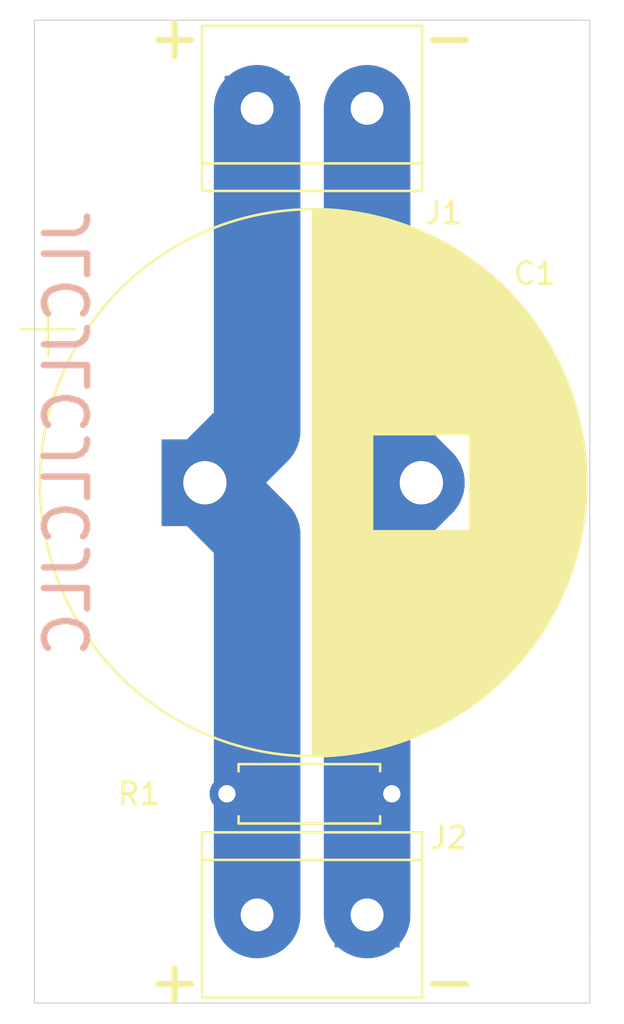
<source format=kicad_pcb>
(kicad_pcb (version 20171130) (host pcbnew 5.1.5+dfsg1-2build2)

  (general
    (thickness 1.6)
    (drawings 14)
    (tracks 8)
    (zones 0)
    (modules 8)
    (nets 3)
  )

  (page A4)
  (layers
    (0 F.Cu signal)
    (31 B.Cu signal)
    (32 B.Adhes user)
    (33 F.Adhes user)
    (34 B.Paste user)
    (35 F.Paste user)
    (36 B.SilkS user)
    (37 F.SilkS user)
    (38 B.Mask user)
    (39 F.Mask user)
    (40 Dwgs.User user)
    (41 Cmts.User user)
    (42 Eco1.User user)
    (43 Eco2.User user)
    (44 Edge.Cuts user)
    (45 Margin user)
    (46 B.CrtYd user)
    (47 F.CrtYd user)
    (48 B.Fab user)
    (49 F.Fab user)
  )

  (setup
    (last_trace_width 4)
    (user_trace_width 2)
    (user_trace_width 3)
    (user_trace_width 4)
    (trace_clearance 0.5)
    (zone_clearance 0.508)
    (zone_45_only no)
    (trace_min 0.2)
    (via_size 0.8)
    (via_drill 0.4)
    (via_min_size 0.4)
    (via_min_drill 0.3)
    (uvia_size 0.3)
    (uvia_drill 0.1)
    (uvias_allowed no)
    (uvia_min_size 0.2)
    (uvia_min_drill 0.1)
    (edge_width 0.05)
    (segment_width 0.2)
    (pcb_text_width 0.3)
    (pcb_text_size 1.5 1.5)
    (mod_edge_width 0.12)
    (mod_text_size 1 1)
    (mod_text_width 0.15)
    (pad_size 1.524 1.524)
    (pad_drill 0.762)
    (pad_to_mask_clearance 0.051)
    (solder_mask_min_width 0.25)
    (aux_axis_origin 0 0)
    (visible_elements FFFFFF7F)
    (pcbplotparams
      (layerselection 0x010fc_ffffffff)
      (usegerberextensions false)
      (usegerberattributes true)
      (usegerberadvancedattributes false)
      (creategerberjobfile false)
      (excludeedgelayer false)
      (linewidth 0.150000)
      (plotframeref false)
      (viasonmask false)
      (mode 1)
      (useauxorigin true)
      (hpglpennumber 1)
      (hpglpenspeed 20)
      (hpglpendiameter 15.000000)
      (psnegative false)
      (psa4output false)
      (plotreference true)
      (plotvalue true)
      (plotinvisibletext false)
      (padsonsilk false)
      (subtractmaskfromsilk false)
      (outputformat 1)
      (mirror false)
      (drillshape 0)
      (scaleselection 1)
      (outputdirectory "output/"))
  )

  (net 0 "")
  (net 1 "Net-(C1-Pad2)")
  (net 2 "Net-(C1-Pad1)")

  (net_class Default "This is the default net class."
    (clearance 0.5)
    (trace_width 4)
    (via_dia 0.8)
    (via_drill 0.4)
    (uvia_dia 0.3)
    (uvia_drill 0.1)
    (add_net "Net-(C1-Pad1)")
    (add_net "Net-(C1-Pad2)")
  )

  (module Resistor_THT:R_Axial_DIN0207_L6.3mm_D2.5mm_P7.62mm_Horizontal (layer F.Cu) (tedit 5AE5139B) (tstamp 606521F6)
    (at 178.816 90.551)
    (descr "Resistor, Axial_DIN0207 series, Axial, Horizontal, pin pitch=7.62mm, 0.25W = 1/4W, length*diameter=6.3*2.5mm^2, http://cdn-reichelt.de/documents/datenblatt/B400/1_4W%23YAG.pdf")
    (tags "Resistor Axial_DIN0207 series Axial Horizontal pin pitch 7.62mm 0.25W = 1/4W length 6.3mm diameter 2.5mm")
    (path /6064C9B0)
    (fp_text reference R1 (at -4.064 0) (layer F.SilkS)
      (effects (font (size 1 1) (thickness 0.15)))
    )
    (fp_text value R (at 3.81 2.37) (layer F.Fab)
      (effects (font (size 1 1) (thickness 0.15)))
    )
    (fp_text user %R (at 3.81 0) (layer F.Fab)
      (effects (font (size 1 1) (thickness 0.15)))
    )
    (fp_line (start 8.67 -1.5) (end -1.05 -1.5) (layer F.CrtYd) (width 0.05))
    (fp_line (start 8.67 1.5) (end 8.67 -1.5) (layer F.CrtYd) (width 0.05))
    (fp_line (start -1.05 1.5) (end 8.67 1.5) (layer F.CrtYd) (width 0.05))
    (fp_line (start -1.05 -1.5) (end -1.05 1.5) (layer F.CrtYd) (width 0.05))
    (fp_line (start 7.08 1.37) (end 7.08 1.04) (layer F.SilkS) (width 0.12))
    (fp_line (start 0.54 1.37) (end 7.08 1.37) (layer F.SilkS) (width 0.12))
    (fp_line (start 0.54 1.04) (end 0.54 1.37) (layer F.SilkS) (width 0.12))
    (fp_line (start 7.08 -1.37) (end 7.08 -1.04) (layer F.SilkS) (width 0.12))
    (fp_line (start 0.54 -1.37) (end 7.08 -1.37) (layer F.SilkS) (width 0.12))
    (fp_line (start 0.54 -1.04) (end 0.54 -1.37) (layer F.SilkS) (width 0.12))
    (fp_line (start 7.62 0) (end 6.96 0) (layer F.Fab) (width 0.1))
    (fp_line (start 0 0) (end 0.66 0) (layer F.Fab) (width 0.1))
    (fp_line (start 6.96 -1.25) (end 0.66 -1.25) (layer F.Fab) (width 0.1))
    (fp_line (start 6.96 1.25) (end 6.96 -1.25) (layer F.Fab) (width 0.1))
    (fp_line (start 0.66 1.25) (end 6.96 1.25) (layer F.Fab) (width 0.1))
    (fp_line (start 0.66 -1.25) (end 0.66 1.25) (layer F.Fab) (width 0.1))
    (pad 2 thru_hole oval (at 7.62 0) (size 1.6 1.6) (drill 0.8) (layers *.Cu *.Mask)
      (net 1 "Net-(C1-Pad2)"))
    (pad 1 thru_hole circle (at 0 0) (size 1.6 1.6) (drill 0.8) (layers *.Cu *.Mask)
      (net 2 "Net-(C1-Pad1)"))
    (model ${KISYS3DMOD}/Resistor_THT.3dshapes/R_Axial_DIN0207_L6.3mm_D2.5mm_P7.62mm_Horizontal.wrl
      (at (xyz 0 0 0))
      (scale (xyz 1 1 1))
      (rotate (xyz 0 0 0))
    )
  )

  (module TerminalBlock:TerminalBlock_bornier-2_P5.08mm (layer F.Cu) (tedit 59FF03AB) (tstamp 6062AEB0)
    (at 185.293 96.139 180)
    (descr "simple 2-pin terminal block, pitch 5.08mm, revamped version of bornier2")
    (tags "terminal block bornier2")
    (path /606243BC)
    (fp_text reference J2 (at -3.77663 3.556) (layer F.SilkS)
      (effects (font (size 1 1) (thickness 0.15)))
    )
    (fp_text value Screw_Terminal_01x02 (at 2.54 5.08) (layer F.Fab)
      (effects (font (size 1 1) (thickness 0.15)))
    )
    (fp_line (start 7.79 4) (end -2.71 4) (layer F.CrtYd) (width 0.05))
    (fp_line (start 7.79 4) (end 7.79 -4) (layer F.CrtYd) (width 0.05))
    (fp_line (start -2.71 -4) (end -2.71 4) (layer F.CrtYd) (width 0.05))
    (fp_line (start -2.71 -4) (end 7.79 -4) (layer F.CrtYd) (width 0.05))
    (fp_line (start -2.54 3.81) (end 7.62 3.81) (layer F.SilkS) (width 0.12))
    (fp_line (start -2.54 -3.81) (end -2.54 3.81) (layer F.SilkS) (width 0.12))
    (fp_line (start 7.62 -3.81) (end -2.54 -3.81) (layer F.SilkS) (width 0.12))
    (fp_line (start 7.62 3.81) (end 7.62 -3.81) (layer F.SilkS) (width 0.12))
    (fp_line (start 7.62 2.54) (end -2.54 2.54) (layer F.SilkS) (width 0.12))
    (fp_line (start 7.54 -3.75) (end -2.46 -3.75) (layer F.Fab) (width 0.1))
    (fp_line (start 7.54 3.75) (end 7.54 -3.75) (layer F.Fab) (width 0.1))
    (fp_line (start -2.46 3.75) (end 7.54 3.75) (layer F.Fab) (width 0.1))
    (fp_line (start -2.46 -3.75) (end -2.46 3.75) (layer F.Fab) (width 0.1))
    (fp_line (start -2.41 2.55) (end 7.49 2.55) (layer F.Fab) (width 0.1))
    (fp_text user %R (at 2.54 0) (layer F.Fab)
      (effects (font (size 1 1) (thickness 0.15)))
    )
    (pad 2 thru_hole circle (at 5.08 0 180) (size 3 3) (drill 1.52) (layers *.Cu *.Mask)
      (net 2 "Net-(C1-Pad1)"))
    (pad 1 thru_hole rect (at 0 0 180) (size 3 3) (drill 1.52) (layers *.Cu *.Mask)
      (net 1 "Net-(C1-Pad2)"))
    (model ${KISYS3DMOD}/TerminalBlock.3dshapes/TerminalBlock_bornier-2_P5.08mm.wrl
      (offset (xyz 2.539999961853027 0 0))
      (scale (xyz 1 1 1))
      (rotate (xyz 0 0 0))
    )
  )

  (module TerminalBlock:TerminalBlock_bornier-2_P5.08mm locked (layer F.Cu) (tedit 59FF03AB) (tstamp 6062AE9B)
    (at 180.213 58.928)
    (descr "simple 2-pin terminal block, pitch 5.08mm, revamped version of bornier2")
    (tags "terminal block bornier2")
    (path /60623DC6)
    (fp_text reference J1 (at 8.60263 4.826) (layer F.SilkS)
      (effects (font (size 1 1) (thickness 0.15)))
    )
    (fp_text value Screw_Terminal_01x02 (at 2.54 5.08) (layer F.Fab)
      (effects (font (size 1 1) (thickness 0.15)))
    )
    (fp_line (start 7.79 4) (end -2.71 4) (layer F.CrtYd) (width 0.05))
    (fp_line (start 7.79 4) (end 7.79 -4) (layer F.CrtYd) (width 0.05))
    (fp_line (start -2.71 -4) (end -2.71 4) (layer F.CrtYd) (width 0.05))
    (fp_line (start -2.71 -4) (end 7.79 -4) (layer F.CrtYd) (width 0.05))
    (fp_line (start -2.54 3.81) (end 7.62 3.81) (layer F.SilkS) (width 0.12))
    (fp_line (start -2.54 -3.81) (end -2.54 3.81) (layer F.SilkS) (width 0.12))
    (fp_line (start 7.62 -3.81) (end -2.54 -3.81) (layer F.SilkS) (width 0.12))
    (fp_line (start 7.62 3.81) (end 7.62 -3.81) (layer F.SilkS) (width 0.12))
    (fp_line (start 7.62 2.54) (end -2.54 2.54) (layer F.SilkS) (width 0.12))
    (fp_line (start 7.54 -3.75) (end -2.46 -3.75) (layer F.Fab) (width 0.1))
    (fp_line (start 7.54 3.75) (end 7.54 -3.75) (layer F.Fab) (width 0.1))
    (fp_line (start -2.46 3.75) (end 7.54 3.75) (layer F.Fab) (width 0.1))
    (fp_line (start -2.46 -3.75) (end -2.46 3.75) (layer F.Fab) (width 0.1))
    (fp_line (start -2.41 2.55) (end 7.49 2.55) (layer F.Fab) (width 0.1))
    (fp_text user %R (at 2.54 0) (layer F.Fab)
      (effects (font (size 1 1) (thickness 0.15)))
    )
    (pad 2 thru_hole circle (at 5.08 0) (size 3 3) (drill 1.52) (layers *.Cu *.Mask)
      (net 1 "Net-(C1-Pad2)"))
    (pad 1 thru_hole rect (at 0 0) (size 3 3) (drill 1.52) (layers *.Cu *.Mask)
      (net 2 "Net-(C1-Pad1)"))
    (model ${KISYS3DMOD}/TerminalBlock.3dshapes/TerminalBlock_bornier-2_P5.08mm.wrl
      (offset (xyz 2.539999961853027 0 0))
      (scale (xyz 1 1 1))
      (rotate (xyz 0 0 0))
    )
  )

  (module MountingHole:MountingHole_3.2mm_M3 locked (layer F.Cu) (tedit 56D1B4CB) (tstamp 6062AE86)
    (at 192.024 96.139)
    (descr "Mounting Hole 3.2mm, no annular, M3")
    (tags "mounting hole 3.2mm no annular m3")
    (path /60626EE8)
    (attr virtual)
    (fp_text reference H4 (at 0 -4.2) (layer F.SilkS) hide
      (effects (font (size 1 1) (thickness 0.15)))
    )
    (fp_text value MountingHole (at 0 4.2) (layer F.Fab)
      (effects (font (size 1 1) (thickness 0.15)))
    )
    (fp_circle (center 0 0) (end 3.45 0) (layer F.CrtYd) (width 0.05))
    (fp_circle (center 0 0) (end 3.2 0) (layer Cmts.User) (width 0.15))
    (fp_text user %R (at 0.3 0) (layer F.Fab)
      (effects (font (size 1 1) (thickness 0.15)))
    )
    (pad 1 np_thru_hole circle (at 0 0) (size 3.2 3.2) (drill 3.2) (layers *.Cu *.Mask))
  )

  (module MountingHole:MountingHole_3.2mm_M3 (layer F.Cu) (tedit 56D1B4CB) (tstamp 6062AE7E)
    (at 173.482 96.139)
    (descr "Mounting Hole 3.2mm, no annular, M3")
    (tags "mounting hole 3.2mm no annular m3")
    (path /60627153)
    (attr virtual)
    (fp_text reference H3 (at 0 -4.2) (layer F.SilkS) hide
      (effects (font (size 1 1) (thickness 0.15)))
    )
    (fp_text value MountingHole (at 0 4.2) (layer F.Fab)
      (effects (font (size 1 1) (thickness 0.15)))
    )
    (fp_circle (center 0 0) (end 3.45 0) (layer F.CrtYd) (width 0.05))
    (fp_circle (center 0 0) (end 3.2 0) (layer Cmts.User) (width 0.15))
    (fp_text user %R (at 0.3 0) (layer F.Fab)
      (effects (font (size 1 1) (thickness 0.15)))
    )
    (pad 1 np_thru_hole circle (at 0 0) (size 3.2 3.2) (drill 3.2) (layers *.Cu *.Mask))
  )

  (module MountingHole:MountingHole_3.2mm_M3 locked (layer F.Cu) (tedit 56D1B4CB) (tstamp 6062AE76)
    (at 192.024 58.928)
    (descr "Mounting Hole 3.2mm, no annular, M3")
    (tags "mounting hole 3.2mm no annular m3")
    (path /6062722E)
    (attr virtual)
    (fp_text reference H2 (at 0 -4.2) (layer F.SilkS) hide
      (effects (font (size 1 1) (thickness 0.15)))
    )
    (fp_text value MountingHole (at 0 4.2) (layer F.Fab)
      (effects (font (size 1 1) (thickness 0.15)))
    )
    (fp_circle (center 0 0) (end 3.45 0) (layer F.CrtYd) (width 0.05))
    (fp_circle (center 0 0) (end 3.2 0) (layer Cmts.User) (width 0.15))
    (fp_text user %R (at 0.3 0) (layer F.Fab)
      (effects (font (size 1 1) (thickness 0.15)))
    )
    (pad 1 np_thru_hole circle (at 0 0) (size 3.2 3.2) (drill 3.2) (layers *.Cu *.Mask))
  )

  (module MountingHole:MountingHole_3.2mm_M3 locked (layer F.Cu) (tedit 56D1B4CB) (tstamp 6062AE6E)
    (at 173.482 58.928)
    (descr "Mounting Hole 3.2mm, no annular, M3")
    (tags "mounting hole 3.2mm no annular m3")
    (path /606274B2)
    (attr virtual)
    (fp_text reference H1 (at 0 -4.2) (layer F.SilkS) hide
      (effects (font (size 1 1) (thickness 0.15)))
    )
    (fp_text value MountingHole (at 0 4.2) (layer F.Fab)
      (effects (font (size 1 1) (thickness 0.15)))
    )
    (fp_circle (center 0 0) (end 3.45 0) (layer F.CrtYd) (width 0.05))
    (fp_circle (center 0 0) (end 3.2 0) (layer Cmts.User) (width 0.15))
    (fp_text user %R (at 0.3 0) (layer F.Fab)
      (effects (font (size 1 1) (thickness 0.15)))
    )
    (pad 1 np_thru_hole circle (at 0 0) (size 3.2 3.2) (drill 3.2) (layers *.Cu *.Mask))
  )

  (module Capacitor_THT:CP_Radial_D25.0mm_P10.00mm_SnapIn locked (layer F.Cu) (tedit 5AE50EF1) (tstamp 6062BA6C)
    (at 177.8 76.2)
    (descr "CP, Radial series, Radial, pin pitch=10.00mm, , diameter=25mm, Electrolytic Capacitor, , http://www.vishay.com/docs/28342/058059pll-si.pdf")
    (tags "CP Radial series Radial pin pitch 10.00mm  diameter 25mm Electrolytic Capacitor")
    (path /60622ABD)
    (fp_text reference C1 (at 15.24 -9.652) (layer F.SilkS)
      (effects (font (size 1 1) (thickness 0.15)))
    )
    (fp_text value CP (at 5 13.75) (layer F.Fab)
      (effects (font (size 1 1) (thickness 0.15)))
    )
    (fp_text user %R (at 5 0) (layer F.Fab)
      (effects (font (size 1 1) (thickness 0.15)))
    )
    (fp_line (start -7.254259 -8.325) (end -7.254259 -5.825) (layer F.SilkS) (width 0.12))
    (fp_line (start -8.504259 -7.075) (end -6.004259 -7.075) (layer F.SilkS) (width 0.12))
    (fp_line (start 17.6 -0.671) (end 17.6 0.671) (layer F.SilkS) (width 0.12))
    (fp_line (start 17.56 -1.19) (end 17.56 1.19) (layer F.SilkS) (width 0.12))
    (fp_line (start 17.52 -1.546) (end 17.52 1.546) (layer F.SilkS) (width 0.12))
    (fp_line (start 17.48 -1.835) (end 17.48 1.835) (layer F.SilkS) (width 0.12))
    (fp_line (start 17.44 -2.084) (end 17.44 2.084) (layer F.SilkS) (width 0.12))
    (fp_line (start 17.4 -2.307) (end 17.4 2.307) (layer F.SilkS) (width 0.12))
    (fp_line (start 17.36 -2.509) (end 17.36 2.509) (layer F.SilkS) (width 0.12))
    (fp_line (start 17.32 -2.696) (end 17.32 2.696) (layer F.SilkS) (width 0.12))
    (fp_line (start 17.28 -2.87) (end 17.28 2.87) (layer F.SilkS) (width 0.12))
    (fp_line (start 17.24 -3.034) (end 17.24 3.034) (layer F.SilkS) (width 0.12))
    (fp_line (start 17.2 -3.189) (end 17.2 3.189) (layer F.SilkS) (width 0.12))
    (fp_line (start 17.16 -3.337) (end 17.16 3.337) (layer F.SilkS) (width 0.12))
    (fp_line (start 17.12 -3.478) (end 17.12 3.478) (layer F.SilkS) (width 0.12))
    (fp_line (start 17.08 -3.613) (end 17.08 3.613) (layer F.SilkS) (width 0.12))
    (fp_line (start 17.04 -3.742) (end 17.04 3.742) (layer F.SilkS) (width 0.12))
    (fp_line (start 17 -3.867) (end 17 3.867) (layer F.SilkS) (width 0.12))
    (fp_line (start 16.96 -3.988) (end 16.96 3.988) (layer F.SilkS) (width 0.12))
    (fp_line (start 16.92 -4.105) (end 16.92 4.105) (layer F.SilkS) (width 0.12))
    (fp_line (start 16.88 -4.218) (end 16.88 4.218) (layer F.SilkS) (width 0.12))
    (fp_line (start 16.84 -4.328) (end 16.84 4.328) (layer F.SilkS) (width 0.12))
    (fp_line (start 16.8 -4.435) (end 16.8 4.435) (layer F.SilkS) (width 0.12))
    (fp_line (start 16.76 -4.539) (end 16.76 4.539) (layer F.SilkS) (width 0.12))
    (fp_line (start 16.72 -4.641) (end 16.72 4.641) (layer F.SilkS) (width 0.12))
    (fp_line (start 16.68 -4.74) (end 16.68 4.74) (layer F.SilkS) (width 0.12))
    (fp_line (start 16.64 -4.836) (end 16.64 4.836) (layer F.SilkS) (width 0.12))
    (fp_line (start 16.6 -4.931) (end 16.6 4.931) (layer F.SilkS) (width 0.12))
    (fp_line (start 16.56 -5.023) (end 16.56 5.023) (layer F.SilkS) (width 0.12))
    (fp_line (start 16.52 -5.114) (end 16.52 5.114) (layer F.SilkS) (width 0.12))
    (fp_line (start 16.48 -5.202) (end 16.48 5.202) (layer F.SilkS) (width 0.12))
    (fp_line (start 16.44 -5.289) (end 16.44 5.289) (layer F.SilkS) (width 0.12))
    (fp_line (start 16.4 -5.374) (end 16.4 5.374) (layer F.SilkS) (width 0.12))
    (fp_line (start 16.36 -5.457) (end 16.36 5.457) (layer F.SilkS) (width 0.12))
    (fp_line (start 16.32 -5.539) (end 16.32 5.539) (layer F.SilkS) (width 0.12))
    (fp_line (start 16.28 -5.62) (end 16.28 5.62) (layer F.SilkS) (width 0.12))
    (fp_line (start 16.24 -5.699) (end 16.24 5.699) (layer F.SilkS) (width 0.12))
    (fp_line (start 16.2 -5.776) (end 16.2 5.776) (layer F.SilkS) (width 0.12))
    (fp_line (start 16.16 -5.853) (end 16.16 5.853) (layer F.SilkS) (width 0.12))
    (fp_line (start 16.12 -5.928) (end 16.12 5.928) (layer F.SilkS) (width 0.12))
    (fp_line (start 16.08 -6.002) (end 16.08 6.002) (layer F.SilkS) (width 0.12))
    (fp_line (start 16.04 -6.075) (end 16.04 6.075) (layer F.SilkS) (width 0.12))
    (fp_line (start 16 -6.146) (end 16 6.146) (layer F.SilkS) (width 0.12))
    (fp_line (start 15.96 -6.217) (end 15.96 6.217) (layer F.SilkS) (width 0.12))
    (fp_line (start 15.92 -6.286) (end 15.92 6.286) (layer F.SilkS) (width 0.12))
    (fp_line (start 15.88 -6.355) (end 15.88 6.355) (layer F.SilkS) (width 0.12))
    (fp_line (start 15.84 -6.423) (end 15.84 6.423) (layer F.SilkS) (width 0.12))
    (fp_line (start 15.8 -6.489) (end 15.8 6.489) (layer F.SilkS) (width 0.12))
    (fp_line (start 15.76 -6.555) (end 15.76 6.555) (layer F.SilkS) (width 0.12))
    (fp_line (start 15.72 -6.62) (end 15.72 6.62) (layer F.SilkS) (width 0.12))
    (fp_line (start 15.68 -6.684) (end 15.68 6.684) (layer F.SilkS) (width 0.12))
    (fp_line (start 15.64 -6.747) (end 15.64 6.747) (layer F.SilkS) (width 0.12))
    (fp_line (start 15.6 -6.809) (end 15.6 6.809) (layer F.SilkS) (width 0.12))
    (fp_line (start 15.56 -6.871) (end 15.56 6.871) (layer F.SilkS) (width 0.12))
    (fp_line (start 15.52 -6.931) (end 15.52 6.931) (layer F.SilkS) (width 0.12))
    (fp_line (start 15.48 -6.991) (end 15.48 6.991) (layer F.SilkS) (width 0.12))
    (fp_line (start 15.44 -7.051) (end 15.44 7.051) (layer F.SilkS) (width 0.12))
    (fp_line (start 15.4 -7.109) (end 15.4 7.109) (layer F.SilkS) (width 0.12))
    (fp_line (start 15.36 -7.167) (end 15.36 7.167) (layer F.SilkS) (width 0.12))
    (fp_line (start 15.32 -7.224) (end 15.32 7.224) (layer F.SilkS) (width 0.12))
    (fp_line (start 15.28 -7.281) (end 15.28 7.281) (layer F.SilkS) (width 0.12))
    (fp_line (start 15.24 -7.337) (end 15.24 7.337) (layer F.SilkS) (width 0.12))
    (fp_line (start 15.2 -7.392) (end 15.2 7.392) (layer F.SilkS) (width 0.12))
    (fp_line (start 15.16 -7.446) (end 15.16 7.446) (layer F.SilkS) (width 0.12))
    (fp_line (start 15.12 -7.5) (end 15.12 7.5) (layer F.SilkS) (width 0.12))
    (fp_line (start 15.08 -7.554) (end 15.08 7.554) (layer F.SilkS) (width 0.12))
    (fp_line (start 15.04 -7.607) (end 15.04 7.607) (layer F.SilkS) (width 0.12))
    (fp_line (start 15 -7.659) (end 15 7.659) (layer F.SilkS) (width 0.12))
    (fp_line (start 14.96 -7.711) (end 14.96 7.711) (layer F.SilkS) (width 0.12))
    (fp_line (start 14.92 -7.762) (end 14.92 7.762) (layer F.SilkS) (width 0.12))
    (fp_line (start 14.88 -7.812) (end 14.88 7.812) (layer F.SilkS) (width 0.12))
    (fp_line (start 14.84 -7.862) (end 14.84 7.862) (layer F.SilkS) (width 0.12))
    (fp_line (start 14.8 -7.912) (end 14.8 7.912) (layer F.SilkS) (width 0.12))
    (fp_line (start 14.76 -7.961) (end 14.76 7.961) (layer F.SilkS) (width 0.12))
    (fp_line (start 14.72 -8.009) (end 14.72 8.009) (layer F.SilkS) (width 0.12))
    (fp_line (start 14.68 -8.058) (end 14.68 8.058) (layer F.SilkS) (width 0.12))
    (fp_line (start 14.64 -8.105) (end 14.64 8.105) (layer F.SilkS) (width 0.12))
    (fp_line (start 14.6 -8.152) (end 14.6 8.152) (layer F.SilkS) (width 0.12))
    (fp_line (start 14.56 -8.199) (end 14.56 8.199) (layer F.SilkS) (width 0.12))
    (fp_line (start 14.52 -8.245) (end 14.52 8.245) (layer F.SilkS) (width 0.12))
    (fp_line (start 14.48 -8.291) (end 14.48 8.291) (layer F.SilkS) (width 0.12))
    (fp_line (start 14.44 -8.336) (end 14.44 8.336) (layer F.SilkS) (width 0.12))
    (fp_line (start 14.4 -8.381) (end 14.4 8.381) (layer F.SilkS) (width 0.12))
    (fp_line (start 14.36 -8.425) (end 14.36 8.425) (layer F.SilkS) (width 0.12))
    (fp_line (start 14.32 -8.469) (end 14.32 8.469) (layer F.SilkS) (width 0.12))
    (fp_line (start 14.28 -8.513) (end 14.28 8.513) (layer F.SilkS) (width 0.12))
    (fp_line (start 14.24 -8.556) (end 14.24 8.556) (layer F.SilkS) (width 0.12))
    (fp_line (start 14.2 -8.599) (end 14.2 8.599) (layer F.SilkS) (width 0.12))
    (fp_line (start 14.16 -8.641) (end 14.16 8.641) (layer F.SilkS) (width 0.12))
    (fp_line (start 14.12 -8.683) (end 14.12 8.683) (layer F.SilkS) (width 0.12))
    (fp_line (start 14.08 -8.725) (end 14.08 8.725) (layer F.SilkS) (width 0.12))
    (fp_line (start 14.04 -8.766) (end 14.04 8.766) (layer F.SilkS) (width 0.12))
    (fp_line (start 14 -8.807) (end 14 8.807) (layer F.SilkS) (width 0.12))
    (fp_line (start 13.96 -8.848) (end 13.96 8.848) (layer F.SilkS) (width 0.12))
    (fp_line (start 13.92 -8.888) (end 13.92 8.888) (layer F.SilkS) (width 0.12))
    (fp_line (start 13.88 -8.928) (end 13.88 8.928) (layer F.SilkS) (width 0.12))
    (fp_line (start 13.84 -8.967) (end 13.84 8.967) (layer F.SilkS) (width 0.12))
    (fp_line (start 13.8 -9.006) (end 13.8 9.006) (layer F.SilkS) (width 0.12))
    (fp_line (start 13.76 -9.045) (end 13.76 9.045) (layer F.SilkS) (width 0.12))
    (fp_line (start 13.72 -9.083) (end 13.72 9.083) (layer F.SilkS) (width 0.12))
    (fp_line (start 13.68 -9.121) (end 13.68 9.121) (layer F.SilkS) (width 0.12))
    (fp_line (start 13.64 -9.159) (end 13.64 9.159) (layer F.SilkS) (width 0.12))
    (fp_line (start 13.6 -9.197) (end 13.6 9.197) (layer F.SilkS) (width 0.12))
    (fp_line (start 13.56 -9.234) (end 13.56 9.234) (layer F.SilkS) (width 0.12))
    (fp_line (start 13.52 -9.27) (end 13.52 9.27) (layer F.SilkS) (width 0.12))
    (fp_line (start 13.48 -9.307) (end 13.48 9.307) (layer F.SilkS) (width 0.12))
    (fp_line (start 13.44 -9.343) (end 13.44 9.343) (layer F.SilkS) (width 0.12))
    (fp_line (start 13.4 -9.379) (end 13.4 9.379) (layer F.SilkS) (width 0.12))
    (fp_line (start 13.36 -9.414) (end 13.36 9.414) (layer F.SilkS) (width 0.12))
    (fp_line (start 13.32 -9.45) (end 13.32 9.45) (layer F.SilkS) (width 0.12))
    (fp_line (start 13.28 -9.484) (end 13.28 9.484) (layer F.SilkS) (width 0.12))
    (fp_line (start 13.24 -9.519) (end 13.24 9.519) (layer F.SilkS) (width 0.12))
    (fp_line (start 13.2 -9.553) (end 13.2 9.553) (layer F.SilkS) (width 0.12))
    (fp_line (start 13.161 -9.587) (end 13.161 9.587) (layer F.SilkS) (width 0.12))
    (fp_line (start 13.121 -9.621) (end 13.121 9.621) (layer F.SilkS) (width 0.12))
    (fp_line (start 13.081 -9.655) (end 13.081 9.655) (layer F.SilkS) (width 0.12))
    (fp_line (start 13.041 -9.688) (end 13.041 9.688) (layer F.SilkS) (width 0.12))
    (fp_line (start 13.001 -9.721) (end 13.001 9.721) (layer F.SilkS) (width 0.12))
    (fp_line (start 12.961 -9.753) (end 12.961 9.753) (layer F.SilkS) (width 0.12))
    (fp_line (start 12.921 -9.786) (end 12.921 9.786) (layer F.SilkS) (width 0.12))
    (fp_line (start 12.881 -9.818) (end 12.881 9.818) (layer F.SilkS) (width 0.12))
    (fp_line (start 12.841 -9.85) (end 12.841 9.85) (layer F.SilkS) (width 0.12))
    (fp_line (start 12.801 -9.881) (end 12.801 9.881) (layer F.SilkS) (width 0.12))
    (fp_line (start 12.761 -9.913) (end 12.761 9.913) (layer F.SilkS) (width 0.12))
    (fp_line (start 12.721 -9.944) (end 12.721 9.944) (layer F.SilkS) (width 0.12))
    (fp_line (start 12.681 -9.975) (end 12.681 9.975) (layer F.SilkS) (width 0.12))
    (fp_line (start 12.641 -10.005) (end 12.641 10.005) (layer F.SilkS) (width 0.12))
    (fp_line (start 12.601 -10.035) (end 12.601 10.035) (layer F.SilkS) (width 0.12))
    (fp_line (start 12.561 -10.065) (end 12.561 10.065) (layer F.SilkS) (width 0.12))
    (fp_line (start 12.521 -10.095) (end 12.521 10.095) (layer F.SilkS) (width 0.12))
    (fp_line (start 12.481 -10.125) (end 12.481 10.125) (layer F.SilkS) (width 0.12))
    (fp_line (start 12.441 -10.154) (end 12.441 10.154) (layer F.SilkS) (width 0.12))
    (fp_line (start 12.401 -10.183) (end 12.401 10.183) (layer F.SilkS) (width 0.12))
    (fp_line (start 12.361 -10.212) (end 12.361 10.212) (layer F.SilkS) (width 0.12))
    (fp_line (start 12.321 -10.241) (end 12.321 10.241) (layer F.SilkS) (width 0.12))
    (fp_line (start 12.281 -10.269) (end 12.281 10.269) (layer F.SilkS) (width 0.12))
    (fp_line (start 12.241 -10.297) (end 12.241 10.297) (layer F.SilkS) (width 0.12))
    (fp_line (start 12.201 2.24) (end 12.201 10.325) (layer F.SilkS) (width 0.12))
    (fp_line (start 12.201 -10.325) (end 12.201 -2.24) (layer F.SilkS) (width 0.12))
    (fp_line (start 12.161 2.24) (end 12.161 10.353) (layer F.SilkS) (width 0.12))
    (fp_line (start 12.161 -10.353) (end 12.161 -2.24) (layer F.SilkS) (width 0.12))
    (fp_line (start 12.121 2.24) (end 12.121 10.38) (layer F.SilkS) (width 0.12))
    (fp_line (start 12.121 -10.38) (end 12.121 -2.24) (layer F.SilkS) (width 0.12))
    (fp_line (start 12.081 2.24) (end 12.081 10.407) (layer F.SilkS) (width 0.12))
    (fp_line (start 12.081 -10.407) (end 12.081 -2.24) (layer F.SilkS) (width 0.12))
    (fp_line (start 12.041 2.24) (end 12.041 10.434) (layer F.SilkS) (width 0.12))
    (fp_line (start 12.041 -10.434) (end 12.041 -2.24) (layer F.SilkS) (width 0.12))
    (fp_line (start 12.001 2.24) (end 12.001 10.461) (layer F.SilkS) (width 0.12))
    (fp_line (start 12.001 -10.461) (end 12.001 -2.24) (layer F.SilkS) (width 0.12))
    (fp_line (start 11.961 2.24) (end 11.961 10.488) (layer F.SilkS) (width 0.12))
    (fp_line (start 11.961 -10.488) (end 11.961 -2.24) (layer F.SilkS) (width 0.12))
    (fp_line (start 11.921 2.24) (end 11.921 10.514) (layer F.SilkS) (width 0.12))
    (fp_line (start 11.921 -10.514) (end 11.921 -2.24) (layer F.SilkS) (width 0.12))
    (fp_line (start 11.881 2.24) (end 11.881 10.54) (layer F.SilkS) (width 0.12))
    (fp_line (start 11.881 -10.54) (end 11.881 -2.24) (layer F.SilkS) (width 0.12))
    (fp_line (start 11.841 2.24) (end 11.841 10.566) (layer F.SilkS) (width 0.12))
    (fp_line (start 11.841 -10.566) (end 11.841 -2.24) (layer F.SilkS) (width 0.12))
    (fp_line (start 11.801 2.24) (end 11.801 10.592) (layer F.SilkS) (width 0.12))
    (fp_line (start 11.801 -10.592) (end 11.801 -2.24) (layer F.SilkS) (width 0.12))
    (fp_line (start 11.761 2.24) (end 11.761 10.617) (layer F.SilkS) (width 0.12))
    (fp_line (start 11.761 -10.617) (end 11.761 -2.24) (layer F.SilkS) (width 0.12))
    (fp_line (start 11.721 2.24) (end 11.721 10.643) (layer F.SilkS) (width 0.12))
    (fp_line (start 11.721 -10.643) (end 11.721 -2.24) (layer F.SilkS) (width 0.12))
    (fp_line (start 11.681 2.24) (end 11.681 10.668) (layer F.SilkS) (width 0.12))
    (fp_line (start 11.681 -10.668) (end 11.681 -2.24) (layer F.SilkS) (width 0.12))
    (fp_line (start 11.641 2.24) (end 11.641 10.692) (layer F.SilkS) (width 0.12))
    (fp_line (start 11.641 -10.692) (end 11.641 -2.24) (layer F.SilkS) (width 0.12))
    (fp_line (start 11.601 2.24) (end 11.601 10.717) (layer F.SilkS) (width 0.12))
    (fp_line (start 11.601 -10.717) (end 11.601 -2.24) (layer F.SilkS) (width 0.12))
    (fp_line (start 11.561 2.24) (end 11.561 10.742) (layer F.SilkS) (width 0.12))
    (fp_line (start 11.561 -10.742) (end 11.561 -2.24) (layer F.SilkS) (width 0.12))
    (fp_line (start 11.521 2.24) (end 11.521 10.766) (layer F.SilkS) (width 0.12))
    (fp_line (start 11.521 -10.766) (end 11.521 -2.24) (layer F.SilkS) (width 0.12))
    (fp_line (start 11.481 2.24) (end 11.481 10.79) (layer F.SilkS) (width 0.12))
    (fp_line (start 11.481 -10.79) (end 11.481 -2.24) (layer F.SilkS) (width 0.12))
    (fp_line (start 11.441 2.24) (end 11.441 10.814) (layer F.SilkS) (width 0.12))
    (fp_line (start 11.441 -10.814) (end 11.441 -2.24) (layer F.SilkS) (width 0.12))
    (fp_line (start 11.401 2.24) (end 11.401 10.837) (layer F.SilkS) (width 0.12))
    (fp_line (start 11.401 -10.837) (end 11.401 -2.24) (layer F.SilkS) (width 0.12))
    (fp_line (start 11.361 2.24) (end 11.361 10.861) (layer F.SilkS) (width 0.12))
    (fp_line (start 11.361 -10.861) (end 11.361 -2.24) (layer F.SilkS) (width 0.12))
    (fp_line (start 11.321 2.24) (end 11.321 10.884) (layer F.SilkS) (width 0.12))
    (fp_line (start 11.321 -10.884) (end 11.321 -2.24) (layer F.SilkS) (width 0.12))
    (fp_line (start 11.281 2.24) (end 11.281 10.907) (layer F.SilkS) (width 0.12))
    (fp_line (start 11.281 -10.907) (end 11.281 -2.24) (layer F.SilkS) (width 0.12))
    (fp_line (start 11.241 2.24) (end 11.241 10.93) (layer F.SilkS) (width 0.12))
    (fp_line (start 11.241 -10.93) (end 11.241 -2.24) (layer F.SilkS) (width 0.12))
    (fp_line (start 11.201 2.24) (end 11.201 10.953) (layer F.SilkS) (width 0.12))
    (fp_line (start 11.201 -10.953) (end 11.201 -2.24) (layer F.SilkS) (width 0.12))
    (fp_line (start 11.161 2.24) (end 11.161 10.975) (layer F.SilkS) (width 0.12))
    (fp_line (start 11.161 -10.975) (end 11.161 -2.24) (layer F.SilkS) (width 0.12))
    (fp_line (start 11.121 2.24) (end 11.121 10.997) (layer F.SilkS) (width 0.12))
    (fp_line (start 11.121 -10.997) (end 11.121 -2.24) (layer F.SilkS) (width 0.12))
    (fp_line (start 11.081 2.24) (end 11.081 11.019) (layer F.SilkS) (width 0.12))
    (fp_line (start 11.081 -11.019) (end 11.081 -2.24) (layer F.SilkS) (width 0.12))
    (fp_line (start 11.041 2.24) (end 11.041 11.041) (layer F.SilkS) (width 0.12))
    (fp_line (start 11.041 -11.041) (end 11.041 -2.24) (layer F.SilkS) (width 0.12))
    (fp_line (start 11.001 2.24) (end 11.001 11.063) (layer F.SilkS) (width 0.12))
    (fp_line (start 11.001 -11.063) (end 11.001 -2.24) (layer F.SilkS) (width 0.12))
    (fp_line (start 10.961 2.24) (end 10.961 11.084) (layer F.SilkS) (width 0.12))
    (fp_line (start 10.961 -11.084) (end 10.961 -2.24) (layer F.SilkS) (width 0.12))
    (fp_line (start 10.921 2.24) (end 10.921 11.106) (layer F.SilkS) (width 0.12))
    (fp_line (start 10.921 -11.106) (end 10.921 -2.24) (layer F.SilkS) (width 0.12))
    (fp_line (start 10.881 2.24) (end 10.881 11.127) (layer F.SilkS) (width 0.12))
    (fp_line (start 10.881 -11.127) (end 10.881 -2.24) (layer F.SilkS) (width 0.12))
    (fp_line (start 10.841 2.24) (end 10.841 11.148) (layer F.SilkS) (width 0.12))
    (fp_line (start 10.841 -11.148) (end 10.841 -2.24) (layer F.SilkS) (width 0.12))
    (fp_line (start 10.801 2.24) (end 10.801 11.169) (layer F.SilkS) (width 0.12))
    (fp_line (start 10.801 -11.169) (end 10.801 -2.24) (layer F.SilkS) (width 0.12))
    (fp_line (start 10.761 2.24) (end 10.761 11.189) (layer F.SilkS) (width 0.12))
    (fp_line (start 10.761 -11.189) (end 10.761 -2.24) (layer F.SilkS) (width 0.12))
    (fp_line (start 10.721 2.24) (end 10.721 11.21) (layer F.SilkS) (width 0.12))
    (fp_line (start 10.721 -11.21) (end 10.721 -2.24) (layer F.SilkS) (width 0.12))
    (fp_line (start 10.681 2.24) (end 10.681 11.23) (layer F.SilkS) (width 0.12))
    (fp_line (start 10.681 -11.23) (end 10.681 -2.24) (layer F.SilkS) (width 0.12))
    (fp_line (start 10.641 2.24) (end 10.641 11.25) (layer F.SilkS) (width 0.12))
    (fp_line (start 10.641 -11.25) (end 10.641 -2.24) (layer F.SilkS) (width 0.12))
    (fp_line (start 10.601 2.24) (end 10.601 11.27) (layer F.SilkS) (width 0.12))
    (fp_line (start 10.601 -11.27) (end 10.601 -2.24) (layer F.SilkS) (width 0.12))
    (fp_line (start 10.561 2.24) (end 10.561 11.29) (layer F.SilkS) (width 0.12))
    (fp_line (start 10.561 -11.29) (end 10.561 -2.24) (layer F.SilkS) (width 0.12))
    (fp_line (start 10.521 2.24) (end 10.521 11.309) (layer F.SilkS) (width 0.12))
    (fp_line (start 10.521 -11.309) (end 10.521 -2.24) (layer F.SilkS) (width 0.12))
    (fp_line (start 10.481 2.24) (end 10.481 11.329) (layer F.SilkS) (width 0.12))
    (fp_line (start 10.481 -11.329) (end 10.481 -2.24) (layer F.SilkS) (width 0.12))
    (fp_line (start 10.441 2.24) (end 10.441 11.348) (layer F.SilkS) (width 0.12))
    (fp_line (start 10.441 -11.348) (end 10.441 -2.24) (layer F.SilkS) (width 0.12))
    (fp_line (start 10.401 2.24) (end 10.401 11.367) (layer F.SilkS) (width 0.12))
    (fp_line (start 10.401 -11.367) (end 10.401 -2.24) (layer F.SilkS) (width 0.12))
    (fp_line (start 10.361 2.24) (end 10.361 11.386) (layer F.SilkS) (width 0.12))
    (fp_line (start 10.361 -11.386) (end 10.361 -2.24) (layer F.SilkS) (width 0.12))
    (fp_line (start 10.321 2.24) (end 10.321 11.404) (layer F.SilkS) (width 0.12))
    (fp_line (start 10.321 -11.404) (end 10.321 -2.24) (layer F.SilkS) (width 0.12))
    (fp_line (start 10.281 2.24) (end 10.281 11.423) (layer F.SilkS) (width 0.12))
    (fp_line (start 10.281 -11.423) (end 10.281 -2.24) (layer F.SilkS) (width 0.12))
    (fp_line (start 10.241 2.24) (end 10.241 11.441) (layer F.SilkS) (width 0.12))
    (fp_line (start 10.241 -11.441) (end 10.241 -2.24) (layer F.SilkS) (width 0.12))
    (fp_line (start 10.201 2.24) (end 10.201 11.459) (layer F.SilkS) (width 0.12))
    (fp_line (start 10.201 -11.459) (end 10.201 -2.24) (layer F.SilkS) (width 0.12))
    (fp_line (start 10.161 2.24) (end 10.161 11.477) (layer F.SilkS) (width 0.12))
    (fp_line (start 10.161 -11.477) (end 10.161 -2.24) (layer F.SilkS) (width 0.12))
    (fp_line (start 10.121 2.24) (end 10.121 11.495) (layer F.SilkS) (width 0.12))
    (fp_line (start 10.121 -11.495) (end 10.121 -2.24) (layer F.SilkS) (width 0.12))
    (fp_line (start 10.081 2.24) (end 10.081 11.513) (layer F.SilkS) (width 0.12))
    (fp_line (start 10.081 -11.513) (end 10.081 -2.24) (layer F.SilkS) (width 0.12))
    (fp_line (start 10.041 2.24) (end 10.041 11.53) (layer F.SilkS) (width 0.12))
    (fp_line (start 10.041 -11.53) (end 10.041 -2.24) (layer F.SilkS) (width 0.12))
    (fp_line (start 10.001 2.24) (end 10.001 11.548) (layer F.SilkS) (width 0.12))
    (fp_line (start 10.001 -11.548) (end 10.001 -2.24) (layer F.SilkS) (width 0.12))
    (fp_line (start 9.961 2.24) (end 9.961 11.565) (layer F.SilkS) (width 0.12))
    (fp_line (start 9.961 -11.565) (end 9.961 -2.24) (layer F.SilkS) (width 0.12))
    (fp_line (start 9.921 2.24) (end 9.921 11.582) (layer F.SilkS) (width 0.12))
    (fp_line (start 9.921 -11.582) (end 9.921 -2.24) (layer F.SilkS) (width 0.12))
    (fp_line (start 9.881 2.24) (end 9.881 11.599) (layer F.SilkS) (width 0.12))
    (fp_line (start 9.881 -11.599) (end 9.881 -2.24) (layer F.SilkS) (width 0.12))
    (fp_line (start 9.841 2.24) (end 9.841 11.615) (layer F.SilkS) (width 0.12))
    (fp_line (start 9.841 -11.615) (end 9.841 -2.24) (layer F.SilkS) (width 0.12))
    (fp_line (start 9.801 2.24) (end 9.801 11.632) (layer F.SilkS) (width 0.12))
    (fp_line (start 9.801 -11.632) (end 9.801 -2.24) (layer F.SilkS) (width 0.12))
    (fp_line (start 9.761 2.24) (end 9.761 11.648) (layer F.SilkS) (width 0.12))
    (fp_line (start 9.761 -11.648) (end 9.761 -2.24) (layer F.SilkS) (width 0.12))
    (fp_line (start 9.721 2.24) (end 9.721 11.665) (layer F.SilkS) (width 0.12))
    (fp_line (start 9.721 -11.665) (end 9.721 -2.24) (layer F.SilkS) (width 0.12))
    (fp_line (start 9.681 2.24) (end 9.681 11.681) (layer F.SilkS) (width 0.12))
    (fp_line (start 9.681 -11.681) (end 9.681 -2.24) (layer F.SilkS) (width 0.12))
    (fp_line (start 9.641 2.24) (end 9.641 11.697) (layer F.SilkS) (width 0.12))
    (fp_line (start 9.641 -11.697) (end 9.641 -2.24) (layer F.SilkS) (width 0.12))
    (fp_line (start 9.601 2.24) (end 9.601 11.712) (layer F.SilkS) (width 0.12))
    (fp_line (start 9.601 -11.712) (end 9.601 -2.24) (layer F.SilkS) (width 0.12))
    (fp_line (start 9.561 2.24) (end 9.561 11.728) (layer F.SilkS) (width 0.12))
    (fp_line (start 9.561 -11.728) (end 9.561 -2.24) (layer F.SilkS) (width 0.12))
    (fp_line (start 9.521 2.24) (end 9.521 11.743) (layer F.SilkS) (width 0.12))
    (fp_line (start 9.521 -11.743) (end 9.521 -2.24) (layer F.SilkS) (width 0.12))
    (fp_line (start 9.481 2.24) (end 9.481 11.759) (layer F.SilkS) (width 0.12))
    (fp_line (start 9.481 -11.759) (end 9.481 -2.24) (layer F.SilkS) (width 0.12))
    (fp_line (start 9.441 2.24) (end 9.441 11.774) (layer F.SilkS) (width 0.12))
    (fp_line (start 9.441 -11.774) (end 9.441 -2.24) (layer F.SilkS) (width 0.12))
    (fp_line (start 9.401 2.24) (end 9.401 11.789) (layer F.SilkS) (width 0.12))
    (fp_line (start 9.401 -11.789) (end 9.401 -2.24) (layer F.SilkS) (width 0.12))
    (fp_line (start 9.361 2.24) (end 9.361 11.803) (layer F.SilkS) (width 0.12))
    (fp_line (start 9.361 -11.803) (end 9.361 -2.24) (layer F.SilkS) (width 0.12))
    (fp_line (start 9.321 2.24) (end 9.321 11.818) (layer F.SilkS) (width 0.12))
    (fp_line (start 9.321 -11.818) (end 9.321 -2.24) (layer F.SilkS) (width 0.12))
    (fp_line (start 9.281 2.24) (end 9.281 11.833) (layer F.SilkS) (width 0.12))
    (fp_line (start 9.281 -11.833) (end 9.281 -2.24) (layer F.SilkS) (width 0.12))
    (fp_line (start 9.241 2.24) (end 9.241 11.847) (layer F.SilkS) (width 0.12))
    (fp_line (start 9.241 -11.847) (end 9.241 -2.24) (layer F.SilkS) (width 0.12))
    (fp_line (start 9.201 2.24) (end 9.201 11.861) (layer F.SilkS) (width 0.12))
    (fp_line (start 9.201 -11.861) (end 9.201 -2.24) (layer F.SilkS) (width 0.12))
    (fp_line (start 9.161 2.24) (end 9.161 11.875) (layer F.SilkS) (width 0.12))
    (fp_line (start 9.161 -11.875) (end 9.161 -2.24) (layer F.SilkS) (width 0.12))
    (fp_line (start 9.121 2.24) (end 9.121 11.889) (layer F.SilkS) (width 0.12))
    (fp_line (start 9.121 -11.889) (end 9.121 -2.24) (layer F.SilkS) (width 0.12))
    (fp_line (start 9.081 2.24) (end 9.081 11.903) (layer F.SilkS) (width 0.12))
    (fp_line (start 9.081 -11.903) (end 9.081 -2.24) (layer F.SilkS) (width 0.12))
    (fp_line (start 9.041 2.24) (end 9.041 11.916) (layer F.SilkS) (width 0.12))
    (fp_line (start 9.041 -11.916) (end 9.041 -2.24) (layer F.SilkS) (width 0.12))
    (fp_line (start 9.001 2.24) (end 9.001 11.93) (layer F.SilkS) (width 0.12))
    (fp_line (start 9.001 -11.93) (end 9.001 -2.24) (layer F.SilkS) (width 0.12))
    (fp_line (start 8.961 2.24) (end 8.961 11.943) (layer F.SilkS) (width 0.12))
    (fp_line (start 8.961 -11.943) (end 8.961 -2.24) (layer F.SilkS) (width 0.12))
    (fp_line (start 8.921 2.24) (end 8.921 11.956) (layer F.SilkS) (width 0.12))
    (fp_line (start 8.921 -11.956) (end 8.921 -2.24) (layer F.SilkS) (width 0.12))
    (fp_line (start 8.881 2.24) (end 8.881 11.969) (layer F.SilkS) (width 0.12))
    (fp_line (start 8.881 -11.969) (end 8.881 -2.24) (layer F.SilkS) (width 0.12))
    (fp_line (start 8.841 2.24) (end 8.841 11.982) (layer F.SilkS) (width 0.12))
    (fp_line (start 8.841 -11.982) (end 8.841 -2.24) (layer F.SilkS) (width 0.12))
    (fp_line (start 8.801 2.24) (end 8.801 11.995) (layer F.SilkS) (width 0.12))
    (fp_line (start 8.801 -11.995) (end 8.801 -2.24) (layer F.SilkS) (width 0.12))
    (fp_line (start 8.761 2.24) (end 8.761 12.007) (layer F.SilkS) (width 0.12))
    (fp_line (start 8.761 -12.007) (end 8.761 -2.24) (layer F.SilkS) (width 0.12))
    (fp_line (start 8.721 2.24) (end 8.721 12.02) (layer F.SilkS) (width 0.12))
    (fp_line (start 8.721 -12.02) (end 8.721 -2.24) (layer F.SilkS) (width 0.12))
    (fp_line (start 8.681 2.24) (end 8.681 12.032) (layer F.SilkS) (width 0.12))
    (fp_line (start 8.681 -12.032) (end 8.681 -2.24) (layer F.SilkS) (width 0.12))
    (fp_line (start 8.641 2.24) (end 8.641 12.044) (layer F.SilkS) (width 0.12))
    (fp_line (start 8.641 -12.044) (end 8.641 -2.24) (layer F.SilkS) (width 0.12))
    (fp_line (start 8.601 2.24) (end 8.601 12.056) (layer F.SilkS) (width 0.12))
    (fp_line (start 8.601 -12.056) (end 8.601 -2.24) (layer F.SilkS) (width 0.12))
    (fp_line (start 8.561 2.24) (end 8.561 12.068) (layer F.SilkS) (width 0.12))
    (fp_line (start 8.561 -12.068) (end 8.561 -2.24) (layer F.SilkS) (width 0.12))
    (fp_line (start 8.521 2.24) (end 8.521 12.08) (layer F.SilkS) (width 0.12))
    (fp_line (start 8.521 -12.08) (end 8.521 -2.24) (layer F.SilkS) (width 0.12))
    (fp_line (start 8.481 2.24) (end 8.481 12.091) (layer F.SilkS) (width 0.12))
    (fp_line (start 8.481 -12.091) (end 8.481 -2.24) (layer F.SilkS) (width 0.12))
    (fp_line (start 8.441 2.24) (end 8.441 12.103) (layer F.SilkS) (width 0.12))
    (fp_line (start 8.441 -12.103) (end 8.441 -2.24) (layer F.SilkS) (width 0.12))
    (fp_line (start 8.401 2.24) (end 8.401 12.114) (layer F.SilkS) (width 0.12))
    (fp_line (start 8.401 -12.114) (end 8.401 -2.24) (layer F.SilkS) (width 0.12))
    (fp_line (start 8.361 2.24) (end 8.361 12.125) (layer F.SilkS) (width 0.12))
    (fp_line (start 8.361 -12.125) (end 8.361 -2.24) (layer F.SilkS) (width 0.12))
    (fp_line (start 8.321 2.24) (end 8.321 12.136) (layer F.SilkS) (width 0.12))
    (fp_line (start 8.321 -12.136) (end 8.321 -2.24) (layer F.SilkS) (width 0.12))
    (fp_line (start 8.281 2.24) (end 8.281 12.147) (layer F.SilkS) (width 0.12))
    (fp_line (start 8.281 -12.147) (end 8.281 -2.24) (layer F.SilkS) (width 0.12))
    (fp_line (start 8.241 2.24) (end 8.241 12.157) (layer F.SilkS) (width 0.12))
    (fp_line (start 8.241 -12.157) (end 8.241 -2.24) (layer F.SilkS) (width 0.12))
    (fp_line (start 8.201 2.24) (end 8.201 12.168) (layer F.SilkS) (width 0.12))
    (fp_line (start 8.201 -12.168) (end 8.201 -2.24) (layer F.SilkS) (width 0.12))
    (fp_line (start 8.161 2.24) (end 8.161 12.178) (layer F.SilkS) (width 0.12))
    (fp_line (start 8.161 -12.178) (end 8.161 -2.24) (layer F.SilkS) (width 0.12))
    (fp_line (start 8.121 2.24) (end 8.121 12.189) (layer F.SilkS) (width 0.12))
    (fp_line (start 8.121 -12.189) (end 8.121 -2.24) (layer F.SilkS) (width 0.12))
    (fp_line (start 8.081 2.24) (end 8.081 12.199) (layer F.SilkS) (width 0.12))
    (fp_line (start 8.081 -12.199) (end 8.081 -2.24) (layer F.SilkS) (width 0.12))
    (fp_line (start 8.041 2.24) (end 8.041 12.209) (layer F.SilkS) (width 0.12))
    (fp_line (start 8.041 -12.209) (end 8.041 -2.24) (layer F.SilkS) (width 0.12))
    (fp_line (start 8.001 2.24) (end 8.001 12.219) (layer F.SilkS) (width 0.12))
    (fp_line (start 8.001 -12.219) (end 8.001 -2.24) (layer F.SilkS) (width 0.12))
    (fp_line (start 7.961 2.24) (end 7.961 12.228) (layer F.SilkS) (width 0.12))
    (fp_line (start 7.961 -12.228) (end 7.961 -2.24) (layer F.SilkS) (width 0.12))
    (fp_line (start 7.921 2.24) (end 7.921 12.238) (layer F.SilkS) (width 0.12))
    (fp_line (start 7.921 -12.238) (end 7.921 -2.24) (layer F.SilkS) (width 0.12))
    (fp_line (start 7.881 2.24) (end 7.881 12.247) (layer F.SilkS) (width 0.12))
    (fp_line (start 7.881 -12.247) (end 7.881 -2.24) (layer F.SilkS) (width 0.12))
    (fp_line (start 7.841 2.24) (end 7.841 12.257) (layer F.SilkS) (width 0.12))
    (fp_line (start 7.841 -12.257) (end 7.841 -2.24) (layer F.SilkS) (width 0.12))
    (fp_line (start 7.801 2.24) (end 7.801 12.266) (layer F.SilkS) (width 0.12))
    (fp_line (start 7.801 -12.266) (end 7.801 -2.24) (layer F.SilkS) (width 0.12))
    (fp_line (start 7.761 2.24) (end 7.761 12.275) (layer F.SilkS) (width 0.12))
    (fp_line (start 7.761 -12.275) (end 7.761 -2.24) (layer F.SilkS) (width 0.12))
    (fp_line (start 7.721 -12.284) (end 7.721 12.284) (layer F.SilkS) (width 0.12))
    (fp_line (start 7.681 -12.293) (end 7.681 12.293) (layer F.SilkS) (width 0.12))
    (fp_line (start 7.641 -12.301) (end 7.641 12.301) (layer F.SilkS) (width 0.12))
    (fp_line (start 7.601 -12.31) (end 7.601 12.31) (layer F.SilkS) (width 0.12))
    (fp_line (start 7.561 -12.318) (end 7.561 12.318) (layer F.SilkS) (width 0.12))
    (fp_line (start 7.521 -12.326) (end 7.521 12.326) (layer F.SilkS) (width 0.12))
    (fp_line (start 7.481 -12.334) (end 7.481 12.334) (layer F.SilkS) (width 0.12))
    (fp_line (start 7.441 -12.342) (end 7.441 12.342) (layer F.SilkS) (width 0.12))
    (fp_line (start 7.401 -12.35) (end 7.401 12.35) (layer F.SilkS) (width 0.12))
    (fp_line (start 7.361 -12.358) (end 7.361 12.358) (layer F.SilkS) (width 0.12))
    (fp_line (start 7.321 -12.365) (end 7.321 12.365) (layer F.SilkS) (width 0.12))
    (fp_line (start 7.281 -12.373) (end 7.281 12.373) (layer F.SilkS) (width 0.12))
    (fp_line (start 7.241 -12.38) (end 7.241 12.38) (layer F.SilkS) (width 0.12))
    (fp_line (start 7.201 -12.387) (end 7.201 12.387) (layer F.SilkS) (width 0.12))
    (fp_line (start 7.161 -12.394) (end 7.161 12.394) (layer F.SilkS) (width 0.12))
    (fp_line (start 7.121 -12.401) (end 7.121 12.401) (layer F.SilkS) (width 0.12))
    (fp_line (start 7.081 -12.408) (end 7.081 12.408) (layer F.SilkS) (width 0.12))
    (fp_line (start 7.041 -12.415) (end 7.041 12.415) (layer F.SilkS) (width 0.12))
    (fp_line (start 7.001 -12.421) (end 7.001 12.421) (layer F.SilkS) (width 0.12))
    (fp_line (start 6.961 -12.427) (end 6.961 12.427) (layer F.SilkS) (width 0.12))
    (fp_line (start 6.921 -12.434) (end 6.921 12.434) (layer F.SilkS) (width 0.12))
    (fp_line (start 6.881 -12.44) (end 6.881 12.44) (layer F.SilkS) (width 0.12))
    (fp_line (start 6.841 -12.446) (end 6.841 12.446) (layer F.SilkS) (width 0.12))
    (fp_line (start 6.801 -12.451) (end 6.801 12.451) (layer F.SilkS) (width 0.12))
    (fp_line (start 6.761 -12.457) (end 6.761 12.457) (layer F.SilkS) (width 0.12))
    (fp_line (start 6.721 -12.463) (end 6.721 12.463) (layer F.SilkS) (width 0.12))
    (fp_line (start 6.681 -12.468) (end 6.681 12.468) (layer F.SilkS) (width 0.12))
    (fp_line (start 6.641 -12.473) (end 6.641 12.473) (layer F.SilkS) (width 0.12))
    (fp_line (start 6.601 -12.479) (end 6.601 12.479) (layer F.SilkS) (width 0.12))
    (fp_line (start 6.561 -12.484) (end 6.561 12.484) (layer F.SilkS) (width 0.12))
    (fp_line (start 6.521 -12.489) (end 6.521 12.489) (layer F.SilkS) (width 0.12))
    (fp_line (start 6.481 -12.493) (end 6.481 12.493) (layer F.SilkS) (width 0.12))
    (fp_line (start 6.441 -12.498) (end 6.441 12.498) (layer F.SilkS) (width 0.12))
    (fp_line (start 6.401 -12.503) (end 6.401 12.503) (layer F.SilkS) (width 0.12))
    (fp_line (start 6.361 -12.507) (end 6.361 12.507) (layer F.SilkS) (width 0.12))
    (fp_line (start 6.321 -12.511) (end 6.321 12.511) (layer F.SilkS) (width 0.12))
    (fp_line (start 6.281 -12.515) (end 6.281 12.515) (layer F.SilkS) (width 0.12))
    (fp_line (start 6.241 -12.519) (end 6.241 12.519) (layer F.SilkS) (width 0.12))
    (fp_line (start 6.201 -12.523) (end 6.201 12.523) (layer F.SilkS) (width 0.12))
    (fp_line (start 6.161 -12.527) (end 6.161 12.527) (layer F.SilkS) (width 0.12))
    (fp_line (start 6.121 -12.531) (end 6.121 12.531) (layer F.SilkS) (width 0.12))
    (fp_line (start 6.081 -12.534) (end 6.081 12.534) (layer F.SilkS) (width 0.12))
    (fp_line (start 6.041 -12.538) (end 6.041 12.538) (layer F.SilkS) (width 0.12))
    (fp_line (start 6.001 -12.541) (end 6.001 12.541) (layer F.SilkS) (width 0.12))
    (fp_line (start 5.961 -12.544) (end 5.961 12.544) (layer F.SilkS) (width 0.12))
    (fp_line (start 5.921 -12.547) (end 5.921 12.547) (layer F.SilkS) (width 0.12))
    (fp_line (start 5.881 -12.55) (end 5.881 12.55) (layer F.SilkS) (width 0.12))
    (fp_line (start 5.841 -12.553) (end 5.841 12.553) (layer F.SilkS) (width 0.12))
    (fp_line (start 5.801 -12.555) (end 5.801 12.555) (layer F.SilkS) (width 0.12))
    (fp_line (start 5.761 -12.558) (end 5.761 12.558) (layer F.SilkS) (width 0.12))
    (fp_line (start 5.721 -12.56) (end 5.721 12.56) (layer F.SilkS) (width 0.12))
    (fp_line (start 5.68 -12.562) (end 5.68 12.562) (layer F.SilkS) (width 0.12))
    (fp_line (start 5.64 -12.564) (end 5.64 12.564) (layer F.SilkS) (width 0.12))
    (fp_line (start 5.6 -12.566) (end 5.6 12.566) (layer F.SilkS) (width 0.12))
    (fp_line (start 5.56 -12.568) (end 5.56 12.568) (layer F.SilkS) (width 0.12))
    (fp_line (start 5.52 -12.57) (end 5.52 12.57) (layer F.SilkS) (width 0.12))
    (fp_line (start 5.48 -12.571) (end 5.48 12.571) (layer F.SilkS) (width 0.12))
    (fp_line (start 5.44 -12.573) (end 5.44 12.573) (layer F.SilkS) (width 0.12))
    (fp_line (start 5.4 -12.574) (end 5.4 12.574) (layer F.SilkS) (width 0.12))
    (fp_line (start 5.36 -12.575) (end 5.36 12.575) (layer F.SilkS) (width 0.12))
    (fp_line (start 5.32 -12.576) (end 5.32 12.576) (layer F.SilkS) (width 0.12))
    (fp_line (start 5.28 -12.577) (end 5.28 12.577) (layer F.SilkS) (width 0.12))
    (fp_line (start 5.24 -12.578) (end 5.24 12.578) (layer F.SilkS) (width 0.12))
    (fp_line (start 5.2 -12.579) (end 5.2 12.579) (layer F.SilkS) (width 0.12))
    (fp_line (start 5.16 -12.579) (end 5.16 12.579) (layer F.SilkS) (width 0.12))
    (fp_line (start 5.12 -12.58) (end 5.12 12.58) (layer F.SilkS) (width 0.12))
    (fp_line (start 5.08 -12.58) (end 5.08 12.58) (layer F.SilkS) (width 0.12))
    (fp_line (start 5.04 -12.58) (end 5.04 12.58) (layer F.SilkS) (width 0.12))
    (fp_line (start 5 -12.581) (end 5 12.581) (layer F.SilkS) (width 0.12))
    (fp_line (start -4.504629 -6.7375) (end -4.504629 -4.2375) (layer F.Fab) (width 0.1))
    (fp_line (start -5.754629 -5.4875) (end -3.254629 -5.4875) (layer F.Fab) (width 0.1))
    (fp_circle (center 5 0) (end 17.75 0) (layer F.CrtYd) (width 0.05))
    (fp_circle (center 5 0) (end 17.62 0) (layer F.SilkS) (width 0.12))
    (fp_circle (center 5 0) (end 17.5 0) (layer F.Fab) (width 0.1))
    (pad 2 thru_hole circle (at 10 0) (size 4 4) (drill 2) (layers *.Cu *.Mask)
      (net 1 "Net-(C1-Pad2)"))
    (pad 1 thru_hole rect (at 0 0) (size 4 4) (drill 2) (layers *.Cu *.Mask)
      (net 2 "Net-(C1-Pad1)"))
    (model ${KISYS3DMOD}/Capacitor_THT.3dshapes/CP_Radial_D25.0mm_P10.00mm_SnapIn.wrl
      (at (xyz 0 0 0))
      (scale (xyz 1 1 1))
      (rotate (xyz 0 0 0))
    )
  )

  (gr_line (start 169.926 100.203) (end 169.926 97.536) (layer Edge.Cuts) (width 0.05) (tstamp 6064E8F0))
  (gr_line (start 170.053 100.203) (end 169.926 100.203) (layer Edge.Cuts) (width 0.05))
  (gr_line (start 177.546 100.203) (end 170.053 100.203) (layer Edge.Cuts) (width 0.05))
  (gr_line (start 195.58 100.203) (end 195.58 97.536) (layer Edge.Cuts) (width 0.05) (tstamp 6064E8EF))
  (gr_line (start 177.546 100.203) (end 195.58 100.203) (layer Edge.Cuts) (width 0.05))
  (gr_line (start 169.926 97.536) (end 169.926 54.864) (layer Edge.Cuts) (width 0.05) (tstamp 6064DA15))
  (gr_line (start 195.58 97.536) (end 195.58 54.864) (layer Edge.Cuts) (width 0.05) (tstamp 6064DA14))
  (gr_text JLCJLCJLCJLC (at 171.45 73.914 90) (layer B.SilkS)
    (effects (font (size 2 2) (thickness 0.3)) (justify mirror))
  )
  (gr_text - (at 189.103 99.187) (layer F.SilkS) (tstamp 60631CA5)
    (effects (font (size 2 2) (thickness 0.3)))
  )
  (gr_text - (at 189.103 55.626) (layer F.SilkS) (tstamp 60631CA0)
    (effects (font (size 2 2) (thickness 0.3)))
  )
  (gr_text + (at 176.403 99.187) (layer F.SilkS) (tstamp 60631C96)
    (effects (font (size 2 2) (thickness 0.3)))
  )
  (gr_text + (at 176.403 55.626) (layer F.SilkS)
    (effects (font (size 2 2) (thickness 0.3)))
  )
  (gr_line (start 195.326 54.864) (end 195.58 54.864) (layer Edge.Cuts) (width 0.05))
  (gr_line (start 169.926 54.864) (end 195.326 54.864) (layer Edge.Cuts) (width 0.05))

  (segment (start 185.293 73.693) (end 187.8 76.2) (width 4) (layer B.Cu) (net 1))
  (segment (start 185.293 58.928) (end 185.293 73.693) (width 4) (layer B.Cu) (net 1))
  (segment (start 185.293 78.707) (end 187.8 76.2) (width 4) (layer B.Cu) (net 1))
  (segment (start 185.293 96.139) (end 185.293 78.707) (width 4) (layer B.Cu) (net 1))
  (segment (start 180.213 73.787) (end 177.8 76.2) (width 4) (layer B.Cu) (net 2))
  (segment (start 180.213 58.928) (end 180.213 73.787) (width 4) (layer B.Cu) (net 2))
  (segment (start 180.213 78.613) (end 177.8 76.2) (width 4) (layer B.Cu) (net 2))
  (segment (start 180.213 96.139) (end 180.213 78.613) (width 4) (layer B.Cu) (net 2))

)

</source>
